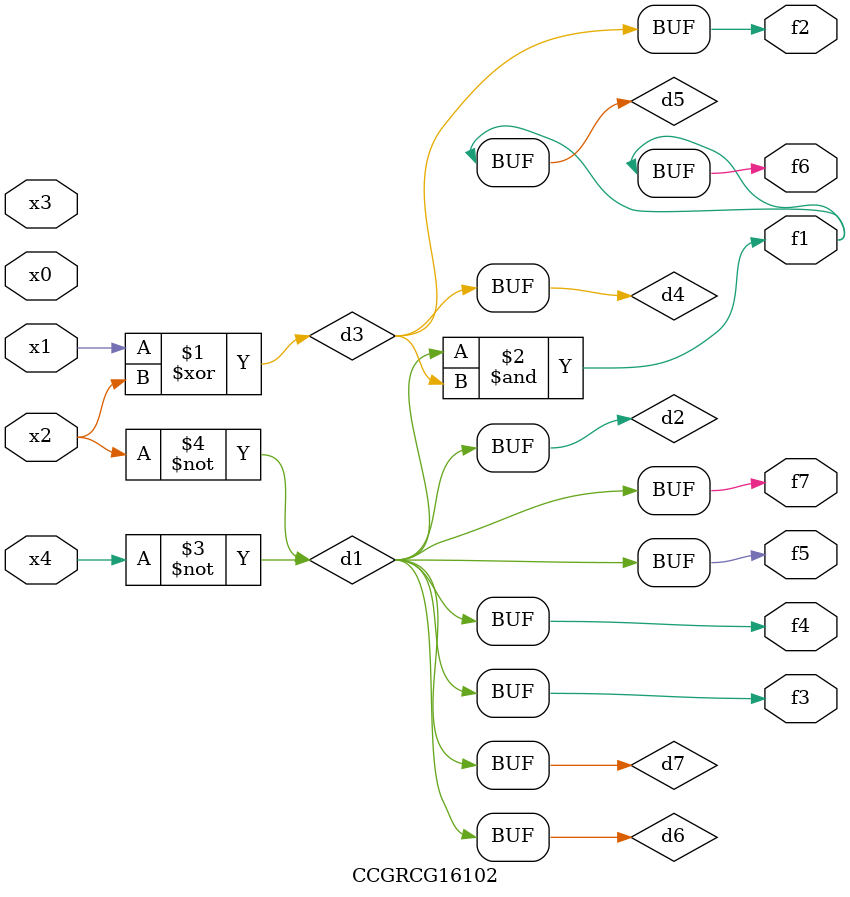
<source format=v>
module CCGRCG16102(
	input x0, x1, x2, x3, x4,
	output f1, f2, f3, f4, f5, f6, f7
);

	wire d1, d2, d3, d4, d5, d6, d7;

	not (d1, x4);
	not (d2, x2);
	xor (d3, x1, x2);
	buf (d4, d3);
	and (d5, d1, d3);
	buf (d6, d1, d2);
	buf (d7, d2);
	assign f1 = d5;
	assign f2 = d4;
	assign f3 = d7;
	assign f4 = d7;
	assign f5 = d7;
	assign f6 = d5;
	assign f7 = d7;
endmodule

</source>
